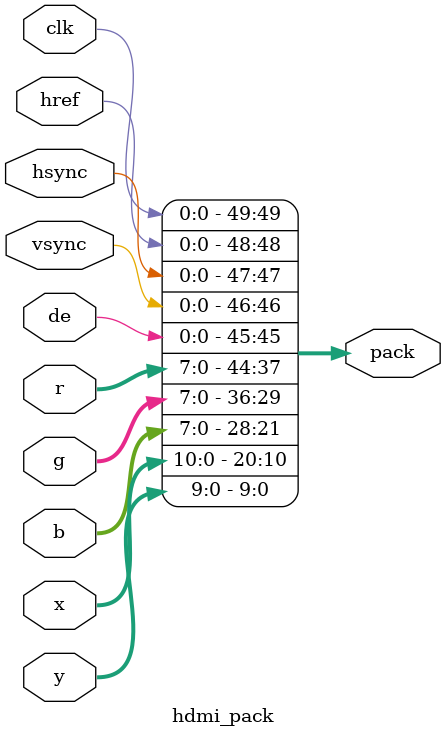
<source format=sv>
module hdmi_pack (
    input         clk  ,
    input         href ,
    input         hsync,
    input         vsync,
    input         de   ,
    input  [ 7:0] r    ,
    input  [ 7:0] g    ,
    input  [ 7:0] b    ,
    input  [10:0] x    ,
    input  [ 9:0] y    ,

    output [49:0] pack
);

    assign pack = {clk, href, hsync, vsync, de, r, g, b, x, y};

endmodule : hdmi_pack

</source>
